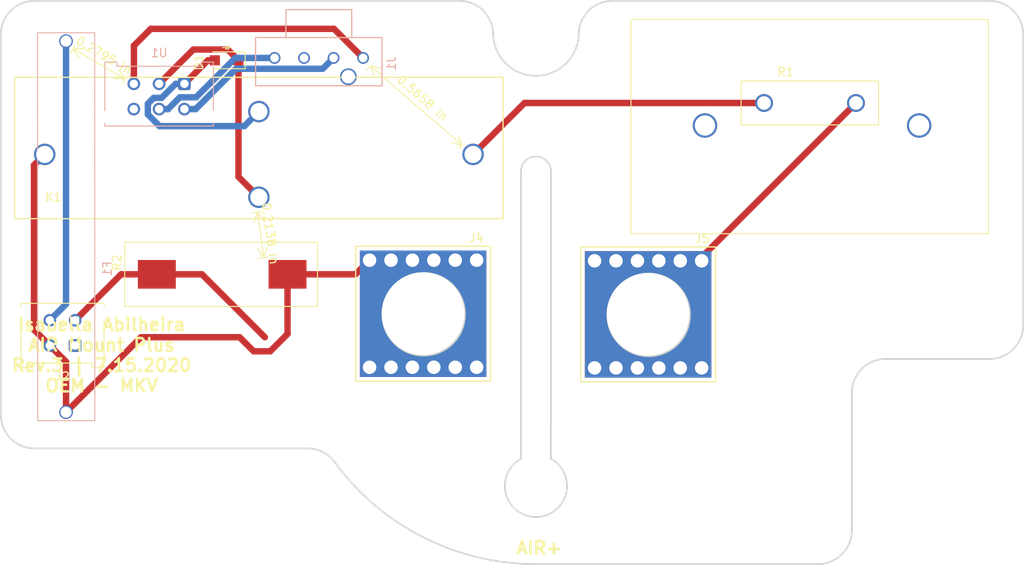
<source format=kicad_pcb>
(kicad_pcb (version 20171130) (host pcbnew 5.1.5-52549c5~84~ubuntu18.04.1)

  (general
    (thickness 1.6)
    (drawings 30)
    (tracks 57)
    (zones 0)
    (modules 10)
    (nets 14)
  )

  (page A4)
  (layers
    (0 F.Cu signal)
    (31 B.Cu signal)
    (32 B.Adhes user)
    (33 F.Adhes user)
    (34 B.Paste user)
    (35 F.Paste user)
    (36 B.SilkS user)
    (37 F.SilkS user)
    (38 B.Mask user)
    (39 F.Mask user)
    (40 Dwgs.User user)
    (41 Cmts.User user)
    (42 Eco1.User user)
    (43 Eco2.User user)
    (44 Edge.Cuts user)
    (45 Margin user)
    (46 B.CrtYd user)
    (47 F.CrtYd user)
    (48 B.Fab user)
    (49 F.Fab user hide)
  )

  (setup
    (last_trace_width 0.25)
    (user_trace_width 0.4064)
    (user_trace_width 0.762)
    (trace_clearance 0.2)
    (zone_clearance 0.508)
    (zone_45_only no)
    (trace_min 0.2)
    (via_size 0.8)
    (via_drill 0.4)
    (via_min_size 0.4)
    (via_min_drill 0.3)
    (uvia_size 0.3)
    (uvia_drill 0.1)
    (uvias_allowed no)
    (uvia_min_size 0.2)
    (uvia_min_drill 0.1)
    (edge_width 0.05)
    (segment_width 0.2)
    (pcb_text_width 0.3)
    (pcb_text_size 1.5 1.5)
    (mod_edge_width 0.12)
    (mod_text_size 1 1)
    (mod_text_width 0.15)
    (pad_size 1.524 1.524)
    (pad_drill 0.762)
    (pad_to_mask_clearance 0.051)
    (solder_mask_min_width 0.25)
    (aux_axis_origin 0 0)
    (visible_elements FFFFFF7F)
    (pcbplotparams
      (layerselection 0x010fc_ffffffff)
      (usegerberextensions true)
      (usegerberattributes false)
      (usegerberadvancedattributes false)
      (creategerberjobfile false)
      (excludeedgelayer true)
      (linewidth 0.100000)
      (plotframeref false)
      (viasonmask false)
      (mode 1)
      (useauxorigin false)
      (hpglpennumber 1)
      (hpglpenspeed 20)
      (hpglpendiameter 15.000000)
      (psnegative false)
      (psa4output false)
      (plotreference true)
      (plotvalue true)
      (plotinvisibletext false)
      (padsonsilk false)
      (subtractmaskfromsilk false)
      (outputformat 1)
      (mirror false)
      (drillshape 0)
      (scaleselection 1)
      (outputdirectory "Airplus_gerbs"))
  )

  (net 0 "")
  (net 1 "Net-(K1-Pad2)")
  (net 2 /Coil+)
  (net 3 /GND)
  (net 4 /AUX-)
  (net 5 /Coil-)
  (net 6 /AUX+)
  (net 7 /Final_Shutdown)
  (net 8 "Net-(U1-Pad6)")
  (net 9 /TS+)
  (net 10 /TS_Fused+)
  (net 11 /TSMP+)
  (net 12 /TSAL+)
  (net 13 /BAT+)

  (net_class Default "This is the default net class."
    (clearance 0.2)
    (trace_width 0.25)
    (via_dia 0.8)
    (via_drill 0.4)
    (uvia_dia 0.3)
    (uvia_drill 0.1)
    (add_net /AUX+)
    (add_net /AUX-)
    (add_net /BAT+)
    (add_net /Coil+)
    (add_net /Coil-)
    (add_net /Final_Shutdown)
    (add_net /GND)
    (add_net /TS+)
    (add_net /TSAL+)
    (add_net /TSMP+)
    (add_net /TS_Fused+)
    (add_net "Net-(K1-Pad2)")
    (add_net "Net-(U1-Pad6)")
  )

  (module footprints:MicroFit_VT_6 (layer B.Cu) (tedit 5E1EA046) (tstamp 5E670366)
    (at 81.788 79.756 180)
    (descr "Molex Micro-Fit 3.0 Connector System, 43045-0612 (compatible alternatives: 43045-0613, 43045-0624), 3 Pins per row (http://www.molex.com/pdm_docs/sd/430450212_sd.pdf), generated with kicad-footprint-generator")
    (tags "connector Molex Micro-Fit_3.0 side entry")
    (path /5E68DFC1)
    (fp_text reference U1 (at 3 3.67) (layer B.SilkS)
      (effects (font (size 1 1) (thickness 0.15)) (justify mirror))
    )
    (fp_text value MicroFit_VT_6 (at 3 -7.5) (layer B.Fab)
      (effects (font (size 1 1) (thickness 0.15)) (justify mirror))
    )
    (fp_text user %R (at 3 -4.2) (layer B.Fab)
      (effects (font (size 1 1) (thickness 0.15)) (justify mirror))
    )
    (fp_line (start -3.82 -6.8) (end -3.82 2.97) (layer B.CrtYd) (width 0.05))
    (fp_line (start 9.82 -6.8) (end -3.82 -6.8) (layer B.CrtYd) (width 0.05))
    (fp_line (start 9.82 2.97) (end 9.82 -6.8) (layer B.CrtYd) (width 0.05))
    (fp_line (start -3.82 2.97) (end 9.82 2.97) (layer B.CrtYd) (width 0.05))
    (fp_line (start 9.435 2.58) (end 9.435 -3.18) (layer B.SilkS) (width 0.12))
    (fp_line (start 8.015 2.58) (end 9.435 2.58) (layer B.SilkS) (width 0.12))
    (fp_line (start 8.015 2.08) (end 8.015 2.58) (layer B.SilkS) (width 0.12))
    (fp_line (start -2.015 2.08) (end 8.015 2.08) (layer B.SilkS) (width 0.12))
    (fp_line (start -2.015 2.58) (end -2.015 2.08) (layer B.SilkS) (width 0.12))
    (fp_line (start -3.435 2.58) (end -2.015 2.58) (layer B.SilkS) (width 0.12))
    (fp_line (start -3.435 -3.18) (end -3.435 2.58) (layer B.SilkS) (width 0.12))
    (fp_line (start 9.435 -5.01) (end 9.435 -4.7) (layer B.SilkS) (width 0.12))
    (fp_line (start -3.435 -5.01) (end 9.435 -5.01) (layer B.SilkS) (width 0.12))
    (fp_line (start -3.435 -4.7) (end -3.435 -5.01) (layer B.SilkS) (width 0.12))
    (fp_line (start 0 1.262893) (end 0.5 1.97) (layer B.Fab) (width 0.1))
    (fp_line (start -0.5 1.97) (end 0 1.262893) (layer B.Fab) (width 0.1))
    (fp_line (start 3.7 -6.3) (end 3.7 -4.9) (layer B.Fab) (width 0.1))
    (fp_line (start 2.3 -6.3) (end 3.7 -6.3) (layer B.Fab) (width 0.1))
    (fp_line (start 2.3 -4.9) (end 2.3 -6.3) (layer B.Fab) (width 0.1))
    (fp_line (start 9.325 1.34) (end 8.125 1.97) (layer B.Fab) (width 0.1))
    (fp_line (start -3.325 1.34) (end -2.125 1.97) (layer B.Fab) (width 0.1))
    (fp_line (start 8.125 1.97) (end -2.125 1.97) (layer B.Fab) (width 0.1))
    (fp_line (start 8.125 2.47) (end 8.125 1.97) (layer B.Fab) (width 0.1))
    (fp_line (start 9.325 2.47) (end 8.125 2.47) (layer B.Fab) (width 0.1))
    (fp_line (start 9.325 -4.9) (end 9.325 2.47) (layer B.Fab) (width 0.1))
    (fp_line (start -3.325 -4.9) (end 9.325 -4.9) (layer B.Fab) (width 0.1))
    (fp_line (start -3.325 2.47) (end -3.325 -4.9) (layer B.Fab) (width 0.1))
    (fp_line (start -2.125 2.47) (end -3.325 2.47) (layer B.Fab) (width 0.1))
    (fp_line (start -2.125 1.97) (end -2.125 2.47) (layer B.Fab) (width 0.1))
    (pad 6 thru_hole circle (at 6 -3 180) (size 1.5 1.5) (drill 1) (layers *.Cu *.Mask)
      (net 8 "Net-(U1-Pad6)"))
    (pad 5 thru_hole circle (at 3 -3 180) (size 1.5 1.5) (drill 1) (layers *.Cu *.Mask)
      (net 5 /Coil-))
    (pad 4 thru_hole circle (at 0 -3 180) (size 1.5 1.5) (drill 1) (layers *.Cu *.Mask)
      (net 4 /AUX-))
    (pad 3 thru_hole circle (at 6 0 180) (size 1.5 1.5) (drill 1) (layers *.Cu *.Mask)
      (net 6 /AUX+))
    (pad 2 thru_hole circle (at 3 0 180) (size 1.5 1.5) (drill 1) (layers *.Cu *.Mask)
      (net 7 /Final_Shutdown))
    (pad 1 thru_hole roundrect (at 0 0 180) (size 1.5 1.5) (drill 1) (layers *.Cu *.Mask) (roundrect_rratio 0.166667)
      (net 3 /GND))
    (pad "" np_thru_hole circle (at 9 -3.94 180) (size 1 1) (drill 1) (layers *.Cu *.Mask))
    (pad "" np_thru_hole circle (at -3 -3.94 180) (size 1 1) (drill 1) (layers *.Cu *.Mask))
    (model ${LOCAL_DIR}/OEM_Preferred_Parts/3DModels/MicroFit_VT_6/MicroFit_VT_6.stp
      (offset (xyz 3 -1.5 5))
      (scale (xyz 1 1 1))
      (rotate (xyz 0 0 180))
    )
  )

  (module footprints:MicroFit_VT_4 (layer F.Cu) (tedit 5E1EA004) (tstamp 5E67027E)
    (at 68.83 110.8 180)
    (descr "Molex Micro-Fit 3.0 Connector System, 43045-0412 (compatible alternatives: 43045-0413, 43045-0424), 2 Pins per row (http://www.molex.com/pdm_docs/sd/430450212_sd.pdf), generated with kicad-footprint-generator")
    (tags "connector Molex Micro-Fit_3.0 side entry")
    (path /5E694914)
    (fp_text reference J2 (at 1.5 -3.67) (layer F.SilkS)
      (effects (font (size 1 1) (thickness 0.15)))
    )
    (fp_text value MicroFit_VT_4 (at 1.5 7.5) (layer F.Fab)
      (effects (font (size 1 1) (thickness 0.15)))
    )
    (fp_text user %R (at 1.5 4.2) (layer F.Fab)
      (effects (font (size 1 1) (thickness 0.15)))
    )
    (fp_line (start -3.82 6.8) (end -3.82 -2.97) (layer F.CrtYd) (width 0.05))
    (fp_line (start 6.82 6.8) (end -3.82 6.8) (layer F.CrtYd) (width 0.05))
    (fp_line (start 6.82 -2.97) (end 6.82 6.8) (layer F.CrtYd) (width 0.05))
    (fp_line (start -3.82 -2.97) (end 6.82 -2.97) (layer F.CrtYd) (width 0.05))
    (fp_line (start 6.435 -2.58) (end 6.435 3.18) (layer F.SilkS) (width 0.12))
    (fp_line (start 5.015 -2.58) (end 6.435 -2.58) (layer F.SilkS) (width 0.12))
    (fp_line (start 5.015 -2.08) (end 5.015 -2.58) (layer F.SilkS) (width 0.12))
    (fp_line (start -2.015 -2.08) (end 5.015 -2.08) (layer F.SilkS) (width 0.12))
    (fp_line (start -2.015 -2.58) (end -2.015 -2.08) (layer F.SilkS) (width 0.12))
    (fp_line (start -3.435 -2.58) (end -2.015 -2.58) (layer F.SilkS) (width 0.12))
    (fp_line (start -3.435 3.18) (end -3.435 -2.58) (layer F.SilkS) (width 0.12))
    (fp_line (start 6.435 5.01) (end 6.435 4.7) (layer F.SilkS) (width 0.12))
    (fp_line (start -3.435 5.01) (end 6.435 5.01) (layer F.SilkS) (width 0.12))
    (fp_line (start -3.435 4.7) (end -3.435 5.01) (layer F.SilkS) (width 0.12))
    (fp_line (start 0 -1.262893) (end 0.5 -1.97) (layer F.Fab) (width 0.1))
    (fp_line (start -0.5 -1.97) (end 0 -1.262893) (layer F.Fab) (width 0.1))
    (fp_line (start 2.2 6.3) (end 2.2 4.9) (layer F.Fab) (width 0.1))
    (fp_line (start 0.8 6.3) (end 2.2 6.3) (layer F.Fab) (width 0.1))
    (fp_line (start 0.8 4.9) (end 0.8 6.3) (layer F.Fab) (width 0.1))
    (fp_line (start 6.325 -1.34) (end 5.125 -1.97) (layer F.Fab) (width 0.1))
    (fp_line (start -3.325 -1.34) (end -2.125 -1.97) (layer F.Fab) (width 0.1))
    (fp_line (start 5.125 -1.97) (end -2.125 -1.97) (layer F.Fab) (width 0.1))
    (fp_line (start 5.125 -2.47) (end 5.125 -1.97) (layer F.Fab) (width 0.1))
    (fp_line (start 6.325 -2.47) (end 5.125 -2.47) (layer F.Fab) (width 0.1))
    (fp_line (start 6.325 4.9) (end 6.325 -2.47) (layer F.Fab) (width 0.1))
    (fp_line (start -3.325 4.9) (end 6.325 4.9) (layer F.Fab) (width 0.1))
    (fp_line (start -3.325 -2.47) (end -3.325 4.9) (layer F.Fab) (width 0.1))
    (fp_line (start -2.125 -2.47) (end -3.325 -2.47) (layer F.Fab) (width 0.1))
    (fp_line (start -2.125 -1.97) (end -2.125 -2.47) (layer F.Fab) (width 0.1))
    (pad 4 thru_hole circle (at 3 3 180) (size 1.5 1.5) (drill 1) (layers *.Cu *.Mask)
      (net 10 /TS_Fused+))
    (pad 3 thru_hole circle (at 0 3 180) (size 1.5 1.5) (drill 1) (layers *.Cu *.Mask)
      (net 11 /TSMP+))
    (pad 2 thru_hole circle (at 3 0 180) (size 1.5 1.5) (drill 1) (layers *.Cu *.Mask)
      (net 9 /TS+))
    (pad 1 thru_hole roundrect (at 0 0 180) (size 1.5 1.5) (drill 1) (layers *.Cu *.Mask) (roundrect_rratio 0.166667)
      (net 12 /TSAL+))
    (pad "" np_thru_hole circle (at 6 3.94 180) (size 1 1) (drill 1) (layers *.Cu *.Mask))
    (pad "" np_thru_hole circle (at -3 3.94 180) (size 1 1) (drill 1) (layers *.Cu *.Mask))
    (model ${LOCAL_DIR}/OEM_Preferred_Parts/3DModels/MicroFit_VT_4/MicroFit_VT_4.stp
      (offset (xyz 1.5 -1.5 5))
      (scale (xyz 1 1 1))
      (rotate (xyz 0 0 180))
    )
  )

  (module footprints:R_3k_HS_TO247 (layer F.Cu) (tedit 5E5FF9CF) (tstamp 5E226CC0)
    (at 161.43 82.03 180)
    (descr "Resistor, Radial_Power series, Radial, pin pitch=5.00mm, 2W, length*width=11*7mm^2, http://www.vishay.com/docs/30218/cpcx.pdf")
    (tags "Resistor Radial_Power series Radial pin pitch 5.00mm 2W length 11mm width 7mm")
    (path /5E59D5EA)
    (fp_text reference R1 (at 8.3439 3.683) (layer F.SilkS)
      (effects (font (size 1 1) (thickness 0.15)))
    )
    (fp_text value R_3K_HS (at 5.08 5.08) (layer F.Fab) hide
      (effects (font (size 1 1) (thickness 0.15)))
    )
    (fp_line (start 26.77 10) (end 26.77 -15.6) (layer F.CrtYd) (width 0.05))
    (fp_line (start -15.83 -15.6) (end -15.83 10) (layer F.CrtYd) (width 0.05))
    (fp_line (start -15.83 -15.6) (end 26.77 -15.6) (layer F.CrtYd) (width 0.05))
    (fp_line (start -15.83 10) (end 26.77 10) (layer F.CrtYd) (width 0.05))
    (fp_line (start 26.692 -15.5) (end 26.692 9.9) (layer F.SilkS) (width 0.12))
    (fp_line (start -15.708 -15.5) (end -15.708 9.9) (layer F.SilkS) (width 0.12))
    (fp_line (start 26.692 -15.5) (end -15.708 -15.5) (layer F.SilkS) (width 0.12))
    (fp_line (start 13.622 -2.6) (end -2.678 -2.6) (layer F.SilkS) (width 0.12))
    (fp_line (start 26.47 9.7) (end 26.47 -15.3) (layer F.Fab) (width 0.1))
    (fp_line (start -15.53 9.7) (end -15.53 -15.3) (layer F.Fab) (width 0.1))
    (fp_line (start -15.53 -15.3) (end 26.47 -15.3) (layer F.Fab) (width 0.1))
    (fp_line (start -15.53 9.7) (end 26.47 9.7) (layer F.Fab) (width 0.1))
    (fp_line (start -2.8 -2.7) (end 13.7 -2.7) (layer F.CrtYd) (width 0.05))
    (fp_line (start 13.7 2.7) (end 13.7 -2.7) (layer F.CrtYd) (width 0.05))
    (fp_line (start 13.7 2.7) (end -2.8 2.7) (layer F.CrtYd) (width 0.05))
    (fp_line (start -2.8 -2.7) (end -2.8 2.7) (layer F.CrtYd) (width 0.05))
    (fp_line (start -2.678 2.6) (end -2.678 -2.6) (layer F.SilkS) (width 0.12))
    (fp_line (start 13.622 2.6) (end 13.622 -2.6) (layer F.SilkS) (width 0.12))
    (fp_line (start 26.692 9.9) (end -15.708 9.9) (layer F.SilkS) (width 0.12))
    (fp_line (start 13.622 2.6) (end -2.678 2.6) (layer F.SilkS) (width 0.12))
    (fp_line (start -2.55 -2.4) (end 13.45 -2.4) (layer F.Fab) (width 0.1))
    (fp_line (start 13.45 2.4) (end 13.45 -2.4) (layer F.Fab) (width 0.1))
    (fp_line (start -2.55 2.4) (end 13.45 2.4) (layer F.Fab) (width 0.1))
    (fp_line (start -2.55 2.4) (end -2.55 -2.4) (layer F.Fab) (width 0.1))
    (pad 5 thru_hole circle (at 17.907 -2.67 180) (size 2.9 2.9) (drill 2.4) (layers *.Cu *.Mask))
    (pad 4 thru_hole circle (at -7.493 -2.67 180) (size 2.9 2.9) (drill 2.4) (layers *.Cu *.Mask))
    (pad 2 thru_hole circle (at 10.9 0 180) (size 2.12 2.12) (drill 1.62) (layers *.Cu *.Mask)
      (net 1 "Net-(K1-Pad2)"))
    (pad 1 thru_hole circle (at 0 0 180) (size 2.12 2.12) (drill 1.62) (layers *.Cu *.Mask)
      (net 13 /BAT+))
    (model "${LOCAL_DIR}/OEM_Preferred_Parts/3DModels/AP101_3k_resistor/TIP 144_sp.wrl"
      (at (xyz 0 0 0))
      (scale (xyz 1 1 1))
      (rotate (xyz 0 0 0))
    )
    (model ${LOCAL_DIR}/OEM_Preferred_Parts/3DModels/R_3K_heatsink/RA-T2X-51E_sp001_sp.wrl
      (at (xyz 0 0 0))
      (scale (xyz 1 1 1))
      (rotate (xyz 0 0 0))
    )
  )

  (module footprints:D-Series_Cynergy_Relay (layer F.Cu) (tedit 5C788E94) (tstamp 5E5B74B1)
    (at 65.22 88.13)
    (path /5E5D8E84)
    (fp_text reference K1 (at 1.016 5.08) (layer F.SilkS)
      (effects (font (size 1 1) (thickness 0.15)))
    )
    (fp_text value "DBR71210(NC)" (at 6.096 -7.112) (layer F.Fab)
      (effects (font (size 1 1) (thickness 0.15)))
    )
    (fp_line (start -3.556 -9.144) (end 54.356 -9.144) (layer F.SilkS) (width 0.15))
    (fp_line (start 54.356 -9.144) (end 54.356 7.62) (layer F.SilkS) (width 0.15))
    (fp_line (start 54.356 7.62) (end -3.556 7.62) (layer F.SilkS) (width 0.15))
    (fp_line (start -3.556 7.62) (end -3.556 -9.144) (layer F.SilkS) (width 0.15))
    (pad 1 thru_hole circle (at 0 0) (size 2.54 2.54) (drill 2.032) (layers *.Cu *.Mask)
      (net 9 /TS+))
    (pad 2 thru_hole circle (at 50.8 0) (size 2.54 2.54) (drill 2.032) (layers *.Cu *.Mask)
      (net 1 "Net-(K1-Pad2)"))
    (pad 3 thru_hole circle (at 25.4 -5.08) (size 2.54 2.54) (drill 2.032) (layers *.Cu *.Mask)
      (net 3 /GND))
    (pad 4 thru_hole circle (at 25.4 5.08) (size 2.54 2.54) (drill 2.032) (layers *.Cu *.Mask)
      (net 7 /Final_Shutdown))
    (model ${LOCAL_DIR}/OEM_Preferred_Parts/3DModels/Cynergy_Relay/D_Series_Cynergy_Relays.STEP
      (offset (xyz 25.39999961853027 7.619999885559082 9.524999856948853))
      (scale (xyz 1 1 1))
      (rotate (xyz 180 0 0))
    )
  )

  (module footprints:redcube_7461166 (layer F.Cu) (tedit 5E22245E) (tstamp 5E227DD1)
    (at 110.0986 107.0226)
    (path /5E2F97D2)
    (fp_text reference J4 (at 6.3114 -8.9826) (layer F.SilkS)
      (effects (font (size 1 1) (thickness 0.15)))
    )
    (fp_text value redcude_7461166 (at 0.02 9.45) (layer F.Fab)
      (effects (font (size 1 1) (thickness 0.15)))
    )
    (fp_text user Redcube_7461166 (at -4.064 -9.652) (layer F.Fab)
      (effects (font (size 1 1) (thickness 0.15)))
    )
    (fp_line (start -8 8) (end -8 -8) (layer F.SilkS) (width 0.15))
    (fp_line (start 8 8) (end -8 8) (layer F.SilkS) (width 0.15))
    (fp_line (start 8 -8) (end 8 8) (layer F.SilkS) (width 0.15))
    (fp_line (start -8 -8) (end 8 -8) (layer F.SilkS) (width 0.15))
    (pad 1 thru_hole circle (at -3.81 -6.35) (size 1.7 1.7) (drill 1.6) (layers *.Cu *.Mask)
      (net 9 /TS+))
    (pad 1 thru_hole circle (at 6.349999 -6.35) (size 1.7 1.7) (drill 1.6) (layers *.Cu *.Mask)
      (net 9 /TS+))
    (pad 1 thru_hole circle (at -6.35 -6.349999) (size 1.7 1.7) (drill 1.6) (layers *.Cu *.Mask)
      (net 9 /TS+))
    (pad 1 thru_hole circle (at 1.27 -6.35) (size 1.7 1.7) (drill 1.6) (layers *.Cu *.Mask)
      (net 9 /TS+))
    (pad 1 thru_hole circle (at -1.27 -6.35) (size 1.7 1.7) (drill 1.6) (layers *.Cu *.Mask)
      (net 9 /TS+))
    (pad 1 thru_hole circle (at 3.81 -6.35) (size 1.7 1.7) (drill 1.6) (layers *.Cu *.Mask)
      (net 9 /TS+))
    (pad 1 thru_hole circle (at -6.349999 6.35) (size 1.7 1.7) (drill 1.6) (layers *.Cu *.Mask)
      (net 9 /TS+))
    (pad 1 thru_hole circle (at -3.81 6.35) (size 1.7 1.7) (drill 1.6) (layers *.Cu *.Mask)
      (net 9 /TS+))
    (pad 1 thru_hole circle (at -1.27 6.35) (size 1.7 1.7) (drill 1.6) (layers *.Cu *.Mask)
      (net 9 /TS+))
    (pad 1 thru_hole circle (at 1.27 6.35) (size 1.7 1.7) (drill 1.6) (layers *.Cu *.Mask)
      (net 9 /TS+))
    (pad 1 thru_hole circle (at 6.35 6.349999) (size 1.7 1.7) (drill 1.6) (layers *.Cu *.Mask)
      (net 9 /TS+))
    (pad 1 thru_hole circle (at 3.81 6.35) (size 1.7 1.7) (drill 1.6) (layers *.Cu *.Mask)
      (net 9 /TS+))
    (pad 1 thru_hole rect (at 0 0) (size 15 15) (drill 9.8) (layers *.Cu *.Mask)
      (net 9 /TS+))
    (model :Formula:OEM_Preferred_Parts/3DModels/redcube_7461166/redcube_7461166.stp
      (at (xyz 0 0 0))
      (scale (xyz 1 1 1))
      (rotate (xyz 0 0 0))
    )
    (model ${LOCAL_DIR}/OEM_Preferred_Parts/3DModels/redcube_7461166/redcube_7461166.stp
      (at (xyz 0 0 0))
      (scale (xyz 1 1 1))
      (rotate (xyz 0 0 0))
    )
  )

  (module footprints:R_TSMP_SMD_5329 (layer F.Cu) (tedit 5E23450B) (tstamp 5E234BB4)
    (at 86.14 102.35)
    (path /5E57A605)
    (fp_text reference R2 (at -12.36 -1.38 -270) (layer F.SilkS)
      (effects (font (size 1 1) (thickness 0.15)))
    )
    (fp_text value R_10K_HV (at -3.81 5.08) (layer F.Fab)
      (effects (font (size 1 1) (thickness 0.15)))
    )
    (fp_line (start -11.43 -3.81) (end -11.43 -2.54) (layer F.SilkS) (width 0.12))
    (fp_line (start -5.08 -3.81) (end -11.43 -3.81) (layer F.SilkS) (width 0.12))
    (fp_line (start -5.08 -3.81) (end 11.43 -3.81) (layer F.SilkS) (width 0.12))
    (fp_line (start -11.43 3.81) (end -11.43 -2.54) (layer F.SilkS) (width 0.12))
    (fp_line (start 11.43 3.81) (end -11.43 3.81) (layer F.SilkS) (width 0.12))
    (fp_line (start 11.43 -3.81) (end 11.43 3.81) (layer F.SilkS) (width 0.12))
    (pad 1 smd rect (at -7.62 0) (size 4.5 3.4) (layers F.Cu F.Paste F.Mask)
      (net 11 /TSMP+))
    (pad 2 smd rect (at 7.88 0) (size 4.5 3.4) (layers F.Cu F.Paste F.Mask)
      (net 9 /TS+))
    (model /Users/adityasudhakar/Downloads/c-3-1879234-2-ba-3d.stp
      (at (xyz 0 0 0))
      (scale (xyz 1 1 1))
      (rotate (xyz 0 0 0))
    )
  )

  (module footprints:redcube_7461166 (layer F.Cu) (tedit 5E22245E) (tstamp 5E227EDE)
    (at 136.7813 107.0988)
    (path /5E2FA0CC)
    (fp_text reference J5 (at 6.4087 -8.9888) (layer F.SilkS)
      (effects (font (size 1 1) (thickness 0.15)))
    )
    (fp_text value redcude_7461166 (at 0.02 9.45) (layer F.Fab)
      (effects (font (size 1 1) (thickness 0.15)))
    )
    (fp_line (start -8 -8) (end 8 -8) (layer F.SilkS) (width 0.15))
    (fp_line (start 8 -8) (end 8 8) (layer F.SilkS) (width 0.15))
    (fp_line (start 8 8) (end -8 8) (layer F.SilkS) (width 0.15))
    (fp_line (start -8 8) (end -8 -8) (layer F.SilkS) (width 0.15))
    (fp_text user Redcube_7461166 (at -4.064 -9.652) (layer F.Fab)
      (effects (font (size 1 1) (thickness 0.15)))
    )
    (pad 1 thru_hole rect (at 0 0) (size 15 15) (drill 9.8) (layers *.Cu *.Mask)
      (net 13 /BAT+))
    (pad 1 thru_hole circle (at 3.81 6.35) (size 1.7 1.7) (drill 1.6) (layers *.Cu *.Mask)
      (net 13 /BAT+))
    (pad 1 thru_hole circle (at 6.35 6.349999) (size 1.7 1.7) (drill 1.6) (layers *.Cu *.Mask)
      (net 13 /BAT+))
    (pad 1 thru_hole circle (at 1.27 6.35) (size 1.7 1.7) (drill 1.6) (layers *.Cu *.Mask)
      (net 13 /BAT+))
    (pad 1 thru_hole circle (at -1.27 6.35) (size 1.7 1.7) (drill 1.6) (layers *.Cu *.Mask)
      (net 13 /BAT+))
    (pad 1 thru_hole circle (at -3.81 6.35) (size 1.7 1.7) (drill 1.6) (layers *.Cu *.Mask)
      (net 13 /BAT+))
    (pad 1 thru_hole circle (at -6.349999 6.35) (size 1.7 1.7) (drill 1.6) (layers *.Cu *.Mask)
      (net 13 /BAT+))
    (pad 1 thru_hole circle (at 3.81 -6.35) (size 1.7 1.7) (drill 1.6) (layers *.Cu *.Mask)
      (net 13 /BAT+))
    (pad 1 thru_hole circle (at -1.27 -6.35) (size 1.7 1.7) (drill 1.6) (layers *.Cu *.Mask)
      (net 13 /BAT+))
    (pad 1 thru_hole circle (at 1.27 -6.35) (size 1.7 1.7) (drill 1.6) (layers *.Cu *.Mask)
      (net 13 /BAT+))
    (pad 1 thru_hole circle (at -6.35 -6.349999) (size 1.7 1.7) (drill 1.6) (layers *.Cu *.Mask)
      (net 13 /BAT+))
    (pad 1 thru_hole circle (at 6.349999 -6.35) (size 1.7 1.7) (drill 1.6) (layers *.Cu *.Mask)
      (net 13 /BAT+))
    (pad 1 thru_hole circle (at -3.81 -6.35) (size 1.7 1.7) (drill 1.6) (layers *.Cu *.Mask)
      (net 13 /BAT+))
    (model :Formula:OEM_Preferred_Parts/3DModels/redcube_7461166/redcube_7461166.stp
      (at (xyz 0 0 0))
      (scale (xyz 1 1 1))
      (rotate (xyz 0 0 0))
    )
    (model ${LOCAL_DIR}/OEM_Preferred_Parts/3DModels/redcube_7461166/redcube_7461166.stp
      (at (xyz 0 0 0))
      (scale (xyz 1 1 1))
      (rotate (xyz 0 0 0))
    )
  )

  (module footprints:Ultrafit_4 (layer B.Cu) (tedit 5C9D7519) (tstamp 5E226C84)
    (at 97.73 76.69 270)
    (path /5DB02E97)
    (fp_text reference J1 (at 0.66 -8.62 90) (layer B.SilkS)
      (effects (font (size 1 1) (thickness 0.15)) (justify mirror))
    )
    (fp_text value UF_4_VT (at 4.572 -0.508 180) (layer B.Fab) hide
      (effects (font (size 1 1) (thickness 0.15)) (justify mirror))
    )
    (fp_line (start 3.302 -7.5) (end 3.302 7.5) (layer B.SilkS) (width 0.15))
    (fp_line (start -2.42 -7.5) (end -2.42 7.5) (layer B.SilkS) (width 0.15))
    (fp_line (start -2.42 7.5) (end 3.302 7.5) (layer B.SilkS) (width 0.15))
    (fp_line (start -2.42 -7.5) (end 3.302 -7.5) (layer B.SilkS) (width 0.15))
    (fp_line (start -5.73 -3.9) (end -2.42 -3.9) (layer B.SilkS) (width 0.15))
    (fp_line (start -5.73 3.9) (end -5.73 -3.9) (layer B.SilkS) (width 0.15))
    (fp_line (start -2.42 3.9) (end -5.73 3.9) (layer B.SilkS) (width 0.15))
    (fp_text user "6.55mm Clearance" (at -4.07 0 180) (layer B.Fab)
      (effects (font (size 0.5 0.5) (thickness 0.08)) (justify mirror))
    )
    (fp_line (start -5.588 -3.81) (end -5.588 3.81) (layer B.Fab) (width 0.15))
    (fp_line (start -2.54 -3.81) (end -5.588 -3.81) (layer B.Fab) (width 0.15))
    (fp_line (start -2.54 3.81) (end -2.54 -3.81) (layer B.Fab) (width 0.15))
    (fp_line (start -5.588 3.81) (end -2.54 3.81) (layer B.Fab) (width 0.15))
    (pad 4 thru_hole circle (at 0 5.25 90) (size 1.397 1.397) (drill 1.02) (layers *.Cu *.Mask)
      (net 5 /Coil-))
    (pad 3 thru_hole circle (at 0 1.75 90) (size 1.397 1.397) (drill 1.02) (layers *.Cu *.Mask)
      (net 2 /Coil+))
    (pad "" thru_hole circle (at 2.23 -3.5 270) (size 1.981 1.981) (drill 1.6) (layers *.Cu *.Mask))
    (pad 1 thru_hole circle (at 0 -5.25 270) (size 1.397 1.397) (drill 1.02) (layers *.Cu *.Mask)
      (net 6 /AUX+))
    (pad 2 thru_hole circle (at 0 -1.75 270) (size 1.397 1.397) (drill 1.02) (layers *.Cu *.Mask)
      (net 4 /AUX-))
    (model :Formula:OEM_Preferred_Parts/3DModels/Ultrafit-4/1722861104.wrl
      (at (xyz 0 0 0))
      (scale (xyz 1 1 1))
      (rotate (xyz 0 0 0))
    )
    (model ${LOCAL_DIR}/OEM_Preferred_Parts/3DModels/Ultrafit-4/1722861104.step
      (at (xyz 0 0 0))
      (scale (xyz 1 1 1))
      (rotate (xyz 0 0 0))
    )
  )

  (module footprints:D_SOD-123W_OEM (layer F.Cu) (tedit 5C16A992) (tstamp 5E226C65)
    (at 86.8 76.97 180)
    (descr D_SOD-123F)
    (tags D_SOD-123F)
    (path /5DAE7FAE)
    (attr smd)
    (fp_text reference D1 (at 3.3147 -0.2413 270) (layer F.SilkS)
      (effects (font (size 1 1) (thickness 0.15)))
    )
    (fp_text value SS110LW (at -0.25 2.1) (layer F.Fab) hide
      (effects (font (size 1 1) (thickness 0.25)))
    )
    (fp_line (start -2.2 -1) (end 1.65 -1) (layer F.SilkS) (width 0.12))
    (fp_line (start -2.2 1) (end 1.65 1) (layer F.SilkS) (width 0.12))
    (fp_line (start -2.3 -1.15) (end -2.3 1.15) (layer F.CrtYd) (width 0.05))
    (fp_line (start 2.2 1.15) (end -2.3 1.15) (layer F.CrtYd) (width 0.05))
    (fp_line (start 2.2 -1.15) (end 2.2 1.15) (layer F.CrtYd) (width 0.05))
    (fp_line (start -2.3 -1.15) (end 2.2 -1.15) (layer F.CrtYd) (width 0.05))
    (fp_line (start -1.4 -0.9) (end 1.4 -0.9) (layer F.Fab) (width 0.1))
    (fp_line (start 1.4 -0.9) (end 1.4 0.9) (layer F.Fab) (width 0.1))
    (fp_line (start 1.4 0.9) (end -1.4 0.9) (layer F.Fab) (width 0.1))
    (fp_line (start -1.4 0.9) (end -1.4 -0.9) (layer F.Fab) (width 0.1))
    (fp_line (start -0.75 0) (end -0.35 0) (layer F.Fab) (width 0.1))
    (fp_line (start -0.35 0) (end -0.35 -0.55) (layer F.Fab) (width 0.1))
    (fp_line (start -0.35 0) (end -0.35 0.55) (layer F.Fab) (width 0.1))
    (fp_line (start -0.35 0) (end 0.25 -0.4) (layer F.Fab) (width 0.1))
    (fp_line (start 0.25 -0.4) (end 0.25 0.4) (layer F.Fab) (width 0.1))
    (fp_line (start 0.25 0.4) (end -0.35 0) (layer F.Fab) (width 0.1))
    (fp_line (start 0.25 0) (end 0.75 0) (layer F.Fab) (width 0.1))
    (fp_line (start -2.2 -1) (end -2.2 1) (layer F.SilkS) (width 0.12))
    (fp_text user %R (at -0.127 -1.905) (layer F.Fab) hide
      (effects (font (size 1 1) (thickness 0.15)))
    )
    (fp_line (start -0.2 1.25) (end -0.2 1.75) (layer F.SilkS) (width 0.1))
    (fp_line (start -0.2 1.5) (end -0.2 1.25) (layer F.SilkS) (width 0.1))
    (fp_line (start -0.6 1.5) (end -0.2 1.5) (layer F.SilkS) (width 0.1))
    (fp_line (start 0.1 1.7) (end -0.2 1.5) (layer F.SilkS) (width 0.1))
    (fp_line (start 0.1 1.3) (end 0.1 1.7) (layer F.SilkS) (width 0.1))
    (fp_line (start -0.2 1.5) (end 0.1 1.3) (layer F.SilkS) (width 0.1))
    (fp_line (start 0.1 1.5) (end 0.5 1.5) (layer F.SilkS) (width 0.1))
    (pad 2 smd rect (at 1.4 0 180) (size 1.2 1.2) (layers F.Cu F.Paste F.Mask)
      (net 3 /GND))
    (pad 1 smd rect (at -1.4 0 180) (size 1.2 1.2) (layers F.Cu F.Paste F.Mask)
      (net 7 /Final_Shutdown))
    (model ${LOCAL_DIR}/OEM_Preferred_Parts/3DModels/SOD-123_OEM/SOD-123.step
      (at (xyz 0 0 0))
      (scale (xyz 1 1 1))
      (rotate (xyz 0 0 0))
    )
  )

  (module footprints:Fuse_1A_600V (layer B.Cu) (tedit 5E586DA8) (tstamp 5E588036)
    (at 67.75 118.7 90)
    (path /5E58C68C)
    (fp_text reference F1 (at 17 4.9 90) (layer B.SilkS)
      (effects (font (size 1 1) (thickness 0.15)) (justify mirror))
    )
    (fp_text value F_1A_600V (at 14.48 4.26 90) (layer B.Fab)
      (effects (font (size 1 1) (thickness 0.15)) (justify mirror))
    )
    (fp_line (start -1 3.41) (end -1 -3.35) (layer B.SilkS) (width 0.12))
    (fp_line (start 45 3.38) (end 45 -3.38) (layer B.SilkS) (width 0.12))
    (fp_line (start 45 -3.38) (end -1 -3.35) (layer B.SilkS) (width 0.12))
    (fp_line (start 45 3.395) (end -1 3.41) (layer B.SilkS) (width 0.12))
    (pad 1 thru_hole circle (at 0 0 90) (size 1.62 1.62) (drill 1.31) (layers *.Cu *.Mask)
      (net 9 /TS+))
    (pad 2 thru_hole circle (at 44 0 90) (size 1.62 1.62) (drill 1.31) (layers *.Cu *.Mask)
      (net 10 /TS_Fused+))
  )

  (gr_text "Isabella Abilheira\nAIR Mount Plus\nRev.3 | 7.15.2020\nOEM - MKV" (at 71.98 111.93) (layer F.SilkS) (tstamp 5E376BB1)
    (effects (font (size 1.5 1.5) (thickness 0.3)))
  )
  (dimension 14.371726 (width 0.12) (layer F.SilkS)
    (gr_text "14.372 mm" (at 108.450225 83.296443 319.2041167) (layer F.SilkS)
      (effects (font (size 1 1) (thickness 0.15)))
    )
    (feature1 (pts (xy 114.72 87.03) (xy 114.336853 87.473945)))
    (feature2 (pts (xy 103.84 77.64) (xy 103.456853 78.083945)))
    (crossbar (pts (xy 103.84 77.64) (xy 114.72 87.03)))
    (arrow1a (pts (xy 114.72 87.03) (xy 113.484042 86.737926)))
    (arrow1b (pts (xy 114.72 87.03) (xy 114.250337 85.850035)))
    (arrow2a (pts (xy 103.84 77.64) (xy 104.309663 78.819965)))
    (arrow2b (pts (xy 103.84 77.64) (xy 105.075958 77.932074)))
  )
  (dimension 7.098824 (width 0.12) (layer F.SilkS)
    (gr_text "7.099 mm" (at 71.026604 78.477087 329.7145141) (layer F.SilkS)
      (effects (font (size 1 1) (thickness 0.15)))
    )
    (feature1 (pts (xy 74.89 78.9) (xy 74.436338 79.6768)))
    (feature2 (pts (xy 68.76 75.32) (xy 68.306338 76.0968)))
    (crossbar (pts (xy 68.602076 75.590412) (xy 74.732076 79.170412)))
    (arrow1a (pts (xy 74.732076 79.170412) (xy 73.463577 79.108694)))
    (arrow1b (pts (xy 74.732076 79.170412) (xy 74.055051 78.095918)))
    (arrow2a (pts (xy 68.602076 75.590412) (xy 69.279101 76.664906)))
    (arrow2b (pts (xy 68.602076 75.590412) (xy 69.870575 75.65213)))
  )
  (dimension 5.430654 (width 0.12) (layer F.SilkS)
    (gr_text "5.431 mm" (at 89.561631 97.851486 277.8316895) (layer F.SilkS)
      (effects (font (size 1 1) (thickness 0.15)))
    )
    (feature1 (pts (xy 91.76 100.29) (xy 90.608834 100.448339)))
    (feature2 (pts (xy 91.02 94.91) (xy 89.868834 95.068339)))
    (crossbar (pts (xy 90.449785 94.988431) (xy 91.189785 100.368431)))
    (arrow1a (pts (xy 91.189785 100.368431) (xy 90.455333 99.332342)))
    (arrow1b (pts (xy 91.189785 100.368431) (xy 91.617235 99.172527)))
    (arrow2a (pts (xy 90.449785 94.988431) (xy 90.022335 96.184335)))
    (arrow2b (pts (xy 90.449785 94.988431) (xy 91.184237 96.02452)))
  )
  (gr_text AIR+ (at 123.86 134.81) (layer F.SilkS) (tstamp 5E233E0A)
    (effects (font (size 1.5 1.5) (thickness 0.3)))
  )
  (gr_line (start 181.261096 108.387809) (end 181.261096 73.917809) (layer Edge.Cuts) (width 0.2))
  (gr_line (start 156.941096 136.719809) (end 123.476707 136.719809) (layer Edge.Cuts) (width 0.2))
  (gr_line (start 60.02 119) (end 60.02 73.91781) (layer Edge.Cuts) (width 0.2))
  (gr_arc (start 156.941096 132.719809) (end 156.941096 136.719809) (angle -90) (layer Edge.Cuts) (width 0.2))
  (gr_line (start 96.393667 123.000001) (end 64.02 123.000001) (layer Edge.Cuts) (width 0.2))
  (gr_arc (start 123.476707 107.128809) (end 99.618703 124.633749) (angle -53.73199979) (layer Edge.Cuts) (width 0.2))
  (gr_arc (start 123.476707 127.448809) (end 121.700905 124.220975) (angle -302.4) (layer Edge.Cuts) (width 0.2))
  (gr_line (start 125.250535 124.21989) (end 125.252508 90.036643) (layer Edge.Cuts) (width 0.2))
  (gr_arc (start 123.476707 90.15881) (end 125.252509 90.036644) (angle -172.1290943) (layer Edge.Cuts) (width 0.2))
  (gr_line (start 121.700905 90.036643) (end 121.700905 124.220975) (layer Edge.Cuts) (width 0.2))
  (gr_arc (start 177.261096 108.387809) (end 177.261096 112.387809) (angle -90) (layer Edge.Cuts) (width 0.2))
  (gr_arc (start 164.941097 116.387809) (end 164.941097 112.387809) (angle -90) (layer Edge.Cuts) (width 0.2))
  (gr_line (start 132.554718 69.917811) (end 177.261096 69.917809) (layer Edge.Cuts) (width 0.2))
  (gr_arc (start 114.398696 73.91781) (end 118.397821 73.83411) (angle -88.80099199) (layer Edge.Cuts) (width 0.2))
  (gr_line (start 160.941096 116.387809) (end 160.941096 132.719809) (layer Edge.Cuts) (width 0.2))
  (gr_arc (start 96.393667 127) (end 99.618703 124.633749) (angle -53.73200771) (layer Edge.Cuts) (width 0.2))
  (gr_circle (center 110.163455 107.087144) (end 115.063456 107.087144) (layer Edge.Cuts) (width 0.2))
  (gr_line (start 64.02 69.917811) (end 114.398696 69.917809) (layer Edge.Cuts) (width 0.2))
  (gr_arc (start 177.261096 73.917809) (end 181.261096 73.917809) (angle -90.00000194) (layer Edge.Cuts) (width 0.2))
  (gr_arc (start 64.02 73.91781) (end 64.02 69.91781) (angle -90) (layer Edge.Cuts) (width 0.2))
  (gr_arc (start 123.476707 73.727811) (end 118.39782 73.83411) (angle -177.6019899) (layer Edge.Cuts) (width 0.2))
  (gr_circle (center 136.846156 107.163344) (end 141.746155 107.163344) (layer Edge.Cuts) (width 0.2))
  (gr_arc (start 132.554717 73.91781) (end 132.554718 69.917811) (angle -88.80099199) (layer Edge.Cuts) (width 0.2))
  (gr_line (start 177.261096 112.387808) (end 164.941097 112.387808) (layer Edge.Cuts) (width 0.2))
  (gr_arc (start 64.02 119) (end 60.02 119) (angle -90) (layer Edge.Cuts) (width 0.2))

  (segment (start 122.12 82.03) (end 150.53 82.03) (width 0.762) (layer F.Cu) (net 1))
  (segment (start 116.02 88.13) (end 122.12 82.03) (width 0.762) (layer F.Cu) (net 1))
  (segment (start 90.56 83.11) (end 90.62 83.05) (width 0.762) (layer B.Cu) (net 3))
  (segment (start 84.574 76.97) (end 81.788 79.756) (width 0.762) (layer F.Cu) (net 3))
  (segment (start 85.4 76.97) (end 84.574 76.97) (width 0.762) (layer F.Cu) (net 3))
  (segment (start 88.892999 84.777001) (end 89.350001 84.319999) (width 0.762) (layer B.Cu) (net 3))
  (segment (start 78.839119 84.777001) (end 88.892999 84.777001) (width 0.762) (layer B.Cu) (net 3))
  (segment (start 77.456999 83.394881) (end 78.839119 84.777001) (width 0.762) (layer B.Cu) (net 3))
  (segment (start 89.350001 84.319999) (end 90.62 83.05) (width 0.762) (layer B.Cu) (net 3))
  (segment (start 78.149119 81.424999) (end 77.456999 82.117119) (width 0.762) (layer B.Cu) (net 3))
  (segment (start 77.456999 82.117119) (end 77.456999 83.394881) (width 0.762) (layer B.Cu) (net 3))
  (segment (start 80.757882 79.756) (end 79.088883 81.424999) (width 0.762) (layer B.Cu) (net 3))
  (segment (start 79.088883 81.424999) (end 78.149119 81.424999) (width 0.762) (layer B.Cu) (net 3))
  (segment (start 81.788 79.756) (end 80.757882 79.756) (width 0.762) (layer B.Cu) (net 3))
  (segment (start 83.124 82.756) (end 81.788 82.756) (width 0.762) (layer B.Cu) (net 4))
  (segment (start 87.910499 77.969501) (end 83.124 82.756) (width 0.762) (layer B.Cu) (net 4))
  (segment (start 99.48 76.69) (end 98.200499 77.969501) (width 0.762) (layer B.Cu) (net 4))
  (segment (start 98.200499 77.969501) (end 87.910499 77.969501) (width 0.762) (layer B.Cu) (net 4))
  (segment (start 79.84866 82.756) (end 78.788 82.756) (width 0.762) (layer B.Cu) (net 5))
  (segment (start 83.160515 81.358999) (end 81.245661 81.358999) (width 0.762) (layer B.Cu) (net 5))
  (segment (start 92.48 76.69) (end 87.829514 76.69) (width 0.762) (layer B.Cu) (net 5))
  (segment (start 81.245661 81.358999) (end 79.84866 82.756) (width 0.762) (layer B.Cu) (net 5))
  (segment (start 87.829514 76.69) (end 83.160515 81.358999) (width 0.762) (layer B.Cu) (net 5))
  (segment (start 75.8 75.240118) (end 75.8 78.650051) (width 0.762) (layer F.Cu) (net 6))
  (segment (start 77.801119 73.238999) (end 75.8 75.240118) (width 0.762) (layer F.Cu) (net 6))
  (segment (start 99.528999 73.238999) (end 77.801119 73.238999) (width 0.762) (layer F.Cu) (net 6))
  (segment (start 102.98 76.69) (end 99.528999 73.238999) (width 0.762) (layer F.Cu) (net 6))
  (segment (start 75.788 78.662051) (end 75.788 79.756) (width 0.762) (layer F.Cu) (net 6))
  (segment (start 75.8 78.650051) (end 75.788 78.662051) (width 0.762) (layer F.Cu) (net 6))
  (segment (start 88.2 90.79) (end 90.62 93.21) (width 0.762) (layer F.Cu) (net 7))
  (segment (start 88.2 76.97) (end 88.2 90.79) (width 0.762) (layer F.Cu) (net 7))
  (segment (start 88.2 76.97) (end 86.922 75.692) (width 0.762) (layer F.Cu) (net 7))
  (segment (start 82.852 75.692) (end 78.788 79.756) (width 0.762) (layer F.Cu) (net 7))
  (segment (start 86.922 75.692) (end 82.852 75.692) (width 0.762) (layer F.Cu) (net 7))
  (segment (start 102.071201 102.35) (end 103.7486 100.672601) (width 0.762) (layer F.Cu) (net 9))
  (segment (start 94.02 102.35) (end 102.071201 102.35) (width 0.762) (layer F.Cu) (net 9))
  (segment (start 89.079999 110.559999) (end 88.33 109.81) (width 0.762) (layer F.Cu) (net 9))
  (segment (start 89.998999 111.478999) (end 89.079999 110.559999) (width 0.762) (layer F.Cu) (net 9))
  (segment (start 91.961001 111.478999) (end 89.998999 111.478999) (width 0.762) (layer F.Cu) (net 9))
  (segment (start 94.02 109.42) (end 91.961001 111.478999) (width 0.762) (layer F.Cu) (net 9))
  (segment (start 94.02 102.35) (end 94.02 109.42) (width 0.762) (layer F.Cu) (net 9))
  (segment (start 76.64 109.81) (end 67.75 118.7) (width 0.762) (layer F.Cu) (net 9))
  (segment (start 88.33 109.81) (end 76.64 109.81) (width 0.762) (layer F.Cu) (net 9))
  (segment (start 67.75 112.72) (end 65.83 110.8) (width 0.762) (layer F.Cu) (net 9))
  (segment (start 67.75 118.7) (end 67.75 112.72) (width 0.762) (layer F.Cu) (net 9))
  (segment (start 63.950001 108.920001) (end 65.080001 110.050001) (width 0.762) (layer F.Cu) (net 9))
  (segment (start 63.950001 89.399999) (end 63.950001 108.920001) (width 0.762) (layer F.Cu) (net 9))
  (segment (start 65.080001 110.050001) (end 65.83 110.8) (width 0.762) (layer F.Cu) (net 9))
  (segment (start 65.22 88.13) (end 63.950001 89.399999) (width 0.762) (layer F.Cu) (net 9))
  (segment (start 67.75 105.88) (end 65.83 107.8) (width 0.762) (layer B.Cu) (net 10))
  (segment (start 67.75 74.7) (end 67.75 105.88) (width 0.762) (layer B.Cu) (net 10))
  (segment (start 83.87 102.35) (end 78.52 102.35) (width 0.762) (layer F.Cu) (net 11))
  (segment (start 91.33 109.81) (end 83.87 102.35) (width 0.762) (layer F.Cu) (net 11))
  (segment (start 74.28 102.35) (end 68.83 107.8) (width 0.762) (layer F.Cu) (net 11))
  (segment (start 78.52 102.35) (end 74.28 102.35) (width 0.762) (layer F.Cu) (net 11))
  (segment (start 143.131299 100.328701) (end 143.131299 100.7488) (width 0.762) (layer F.Cu) (net 13))
  (segment (start 161.43 82.03) (end 143.131299 100.328701) (width 0.762) (layer F.Cu) (net 13))

)

</source>
